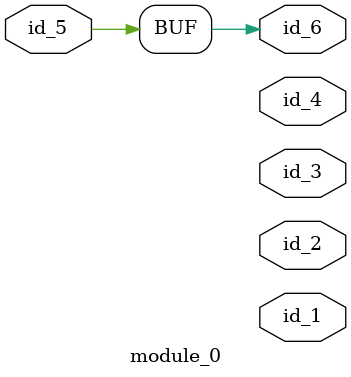
<source format=v>
module module_0 (
    id_1,
    id_2,
    id_3,
    id_4,
    id_5,
    id_6
);
  output id_6;
  input id_5;
  output id_4;
  output id_3;
  output id_2;
  output id_1;
  assign id_6 = id_5;
endmodule

</source>
